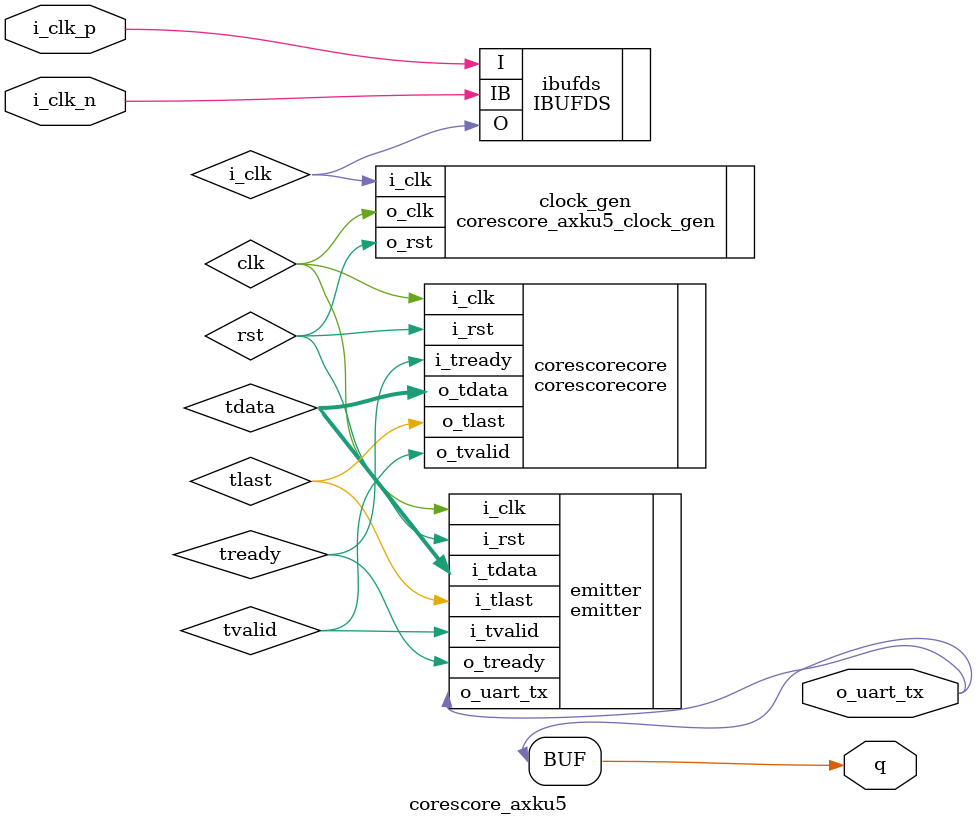
<source format=v>
`default_nettype none
module corescore_axku5
(
 input wire  i_clk_p,
 input wire  i_clk_n,
 output wire q,
 output wire o_uart_tx);

   wire      i_clk;
   wire      clk;
   wire      rst;

   //Mirror UART output to LED
   assign q = o_uart_tx;

   IBUFDS ibufds
     (.I  (i_clk_p),
      .IB (i_clk_n),
      .O  (i_clk));

   corescore_axku5_clock_gen
   clock_gen
     (.i_clk (i_clk),
      .o_clk (clk),
      .o_rst (rst));

   parameter memfile_emitter = "emitter.hex";

   wire [7:0]  tdata;
   wire        tlast;
   wire        tvalid;
   wire        tready;

   corescorecore corescorecore
     (.i_clk     (clk),
      .i_rst     (rst),
      .o_tdata   (tdata),
      .o_tlast   (tlast),
      .o_tvalid  (tvalid),
      .i_tready  (tready));

   emitter #(.memfile (memfile_emitter)) emitter
     (.i_clk     (clk),
      .i_rst     (rst),
      .i_tdata   (tdata),
      .i_tlast   (tlast),
      .i_tvalid  (tvalid),
      .o_tready  (tready),
      .o_uart_tx (o_uart_tx));

endmodule

</source>
